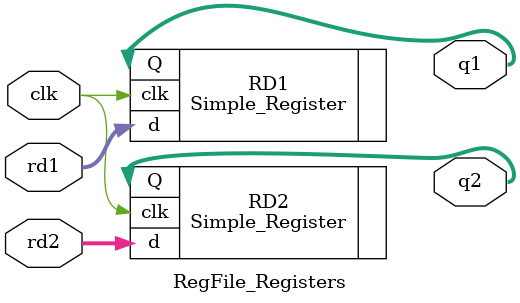
<source format=v>
module RegFile_Registers #(parameter DW = 32)(
input clk, 
input [DW-1:0] rd1, rd2,
output [DW-1:0] q1, q2
);

Simple_Register #(.DW(DW)) RD1 (.clk(clk), .d(rd1), .Q(q1));
Simple_Register #(.DW(DW)) RD2 (.clk(clk), .d(rd2), .Q(q2));

endmodule 
</source>
